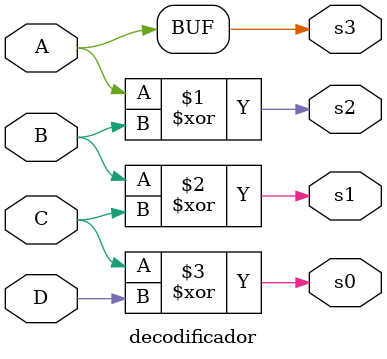
<source format=sv>
module decodificador ( input logic A, B, C, D, output logic s3, s2, s1, s0);

	assign s3 = A;
	
	assign s2 = A ^ B;
	
	assign s1 = B ^ C;
	
	assign s0 = C ^ D;

endmodule 
</source>
